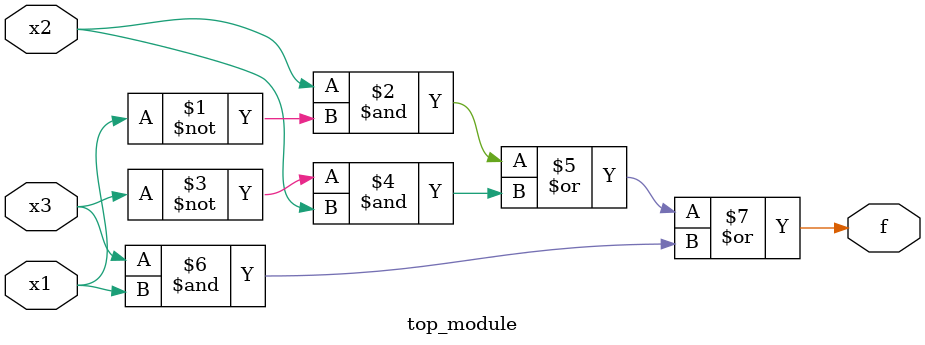
<source format=sv>
module top_module(
    input x3,
    input x2,
    input x1,
    output f
);

    assign f = (x2 & ~x1) | (~x3 & x2) | (x3 & x1);

endmodule

</source>
